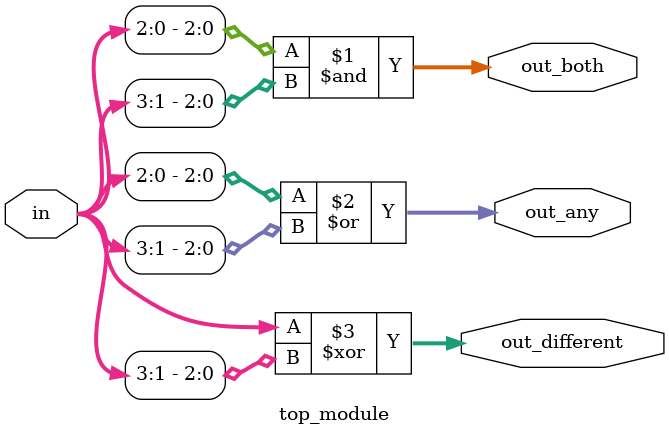
<source format=sv>
module top_module (
    input [3:0] in,
    output [2:0] out_both,
    output [3:0] out_any,
    output [3:0] out_different
);

assign out_both = in[2:0] & in[3:1];
assign out_any = in[2:0] | in[3:1];
assign out_different = in ^ in[3:1];

endmodule

</source>
